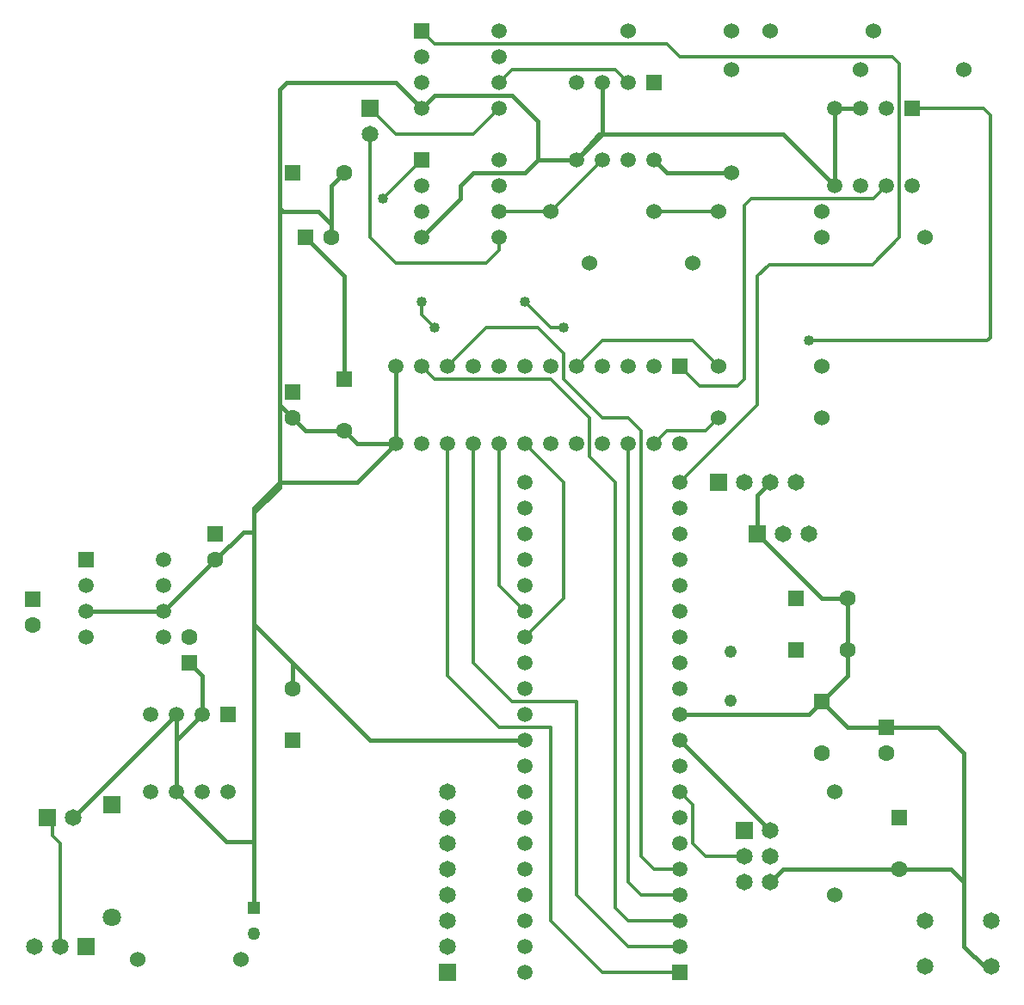
<source format=gbl>
G04 DipTrace Beta 2.3.5.2*
%INscope.GBL*%
%MOIN*%
%ADD13C,0.016*%
%ADD14C,0.013*%
%ADD15C,0.063*%
%ADD16R,0.063X0.063*%
%ADD17R,0.0709X0.0709*%
%ADD18C,0.0709*%
%ADD19R,0.065X0.065*%
%ADD20C,0.065*%
%ADD21C,0.05*%
%ADD22R,0.05X0.05*%
%ADD23C,0.06*%
%ADD24C,0.06*%
%ADD25R,0.0591X0.0591*%
%ADD26C,0.0591*%
%ADD27C,0.048*%
%ADD28C,0.04*%
%FSLAX44Y44*%
G04*
G70*
G90*
G75*
G01*
%LNBottom*%
%LPD*%
X31940Y35940D2*
D13*
X29440D1*
X28940Y36440D1*
X33440Y10440D2*
X29940Y13940D1*
X15440Y33440D2*
X16940Y31940D1*
Y27940D1*
X27940Y25440D2*
D14*
Y8440D1*
X28440Y7940D1*
X29940D1*
X21940Y25440D2*
Y16940D1*
X23440Y15440D1*
X25940D1*
Y7940D1*
X27940Y5940D1*
X29940D1*
X22940Y25440D2*
Y19940D1*
X23940Y18940D1*
Y25440D2*
X25440Y23940D1*
Y19440D1*
X23940Y17940D1*
X19940Y28440D2*
X20440Y27940D1*
X24940D1*
X26440Y26440D1*
Y24940D1*
X27440Y23940D1*
Y7440D1*
X27940Y6940D1*
X29940D1*
X20940Y28440D2*
X22440Y29940D1*
X24440D1*
X25440Y28940D1*
Y27940D1*
X26940Y26440D1*
X27940D1*
X28440Y25940D1*
Y9440D1*
X28940Y8940D1*
X29940D1*
X20940Y25440D2*
Y16440D1*
X22940Y14440D1*
X24940D1*
Y6940D1*
X26940Y4940D1*
X29940D1*
X38940Y38440D2*
X41695D1*
X41955Y38180D1*
Y29555D1*
X41839Y29440D1*
X34940D1*
X37940Y35440D2*
X37440Y34940D1*
X32695D1*
X32435Y34680D1*
Y27945D1*
X32175Y27685D1*
X30695D1*
X29940Y28440D1*
X26940Y39440D2*
D13*
Y37440D1*
X25940Y36440D1*
X35940Y35440D2*
Y38440D1*
X36940D2*
X35940D1*
X19940Y33440D2*
X21440Y34940D1*
Y35440D1*
X21940Y35940D1*
X23940D1*
X24440Y36440D1*
X25940D1*
X35940Y35440D2*
X33940Y37440D1*
X26783D1*
X25940Y36440D1*
X36440Y17440D2*
Y19440D1*
X32940Y21940D2*
Y23440D1*
X33440Y23940D1*
X35440Y15440D2*
X36440Y16440D1*
Y17440D1*
X29940Y14940D2*
X34940D1*
X35440Y15440D1*
X37940Y14440D2*
X36440D1*
X35440Y15440D1*
X33440Y8440D2*
X33940Y8940D1*
X38440D1*
X40440D1*
X40940Y8440D1*
Y5940D1*
X41710Y5170D1*
X42000D1*
X37940Y14440D2*
X39940D1*
X40940Y13440D1*
Y5940D1*
X32940Y21940D2*
X35440Y19440D1*
X36440D1*
X18940Y25440D2*
Y28440D1*
X23940Y13940D2*
X17940D1*
X14940Y16940D1*
X13440Y18440D1*
Y22013D1*
Y22793D1*
Y22940D1*
X14440Y23940D1*
X17440D1*
X18940Y25440D1*
X14940Y26440D2*
X15440Y25940D1*
X16940D1*
X17440Y25440D1*
X18940D1*
X14940Y26440D2*
X14412Y26968D1*
Y34595D1*
Y39170D1*
X14682Y39440D1*
X18940D1*
X19940Y38440D1*
X20440Y38940D1*
X23440D1*
X24440Y37940D1*
Y36440D1*
X13440Y18440D2*
Y10033D1*
Y7440D1*
Y22793D2*
X14412Y23766D1*
Y26968D1*
X10440Y11940D2*
X12347Y10033D1*
X13440D1*
X10440Y14940D2*
Y13940D1*
Y11940D1*
X11440Y14940D2*
X10440Y13940D1*
X10940Y16940D2*
X11440Y16440D1*
Y14940D1*
X6940Y18940D2*
X9940D1*
X11940Y20940D1*
X13013Y22013D1*
X13440D1*
X14940Y16940D2*
Y15940D1*
X6440Y10940D2*
X10440Y14940D1*
X16940Y35940D2*
X16440Y35440D1*
Y33440D1*
X14412Y34595D2*
X14568Y34440D1*
X15940D1*
X16440Y33940D1*
Y33440D1*
X17940Y38440D2*
D14*
X18940Y37440D1*
X21940D1*
X22940Y38440D1*
Y33440D2*
Y32940D1*
X22440Y32440D1*
X18940D1*
X17940Y33440D1*
Y37440D1*
X29940Y11940D2*
X30440Y11440D1*
Y9940D1*
X30940Y9440D1*
X32440D1*
X31440Y34440D2*
X28940D1*
X25940Y28440D2*
X26940Y29440D1*
X30440D1*
X31440Y28440D1*
Y26440D2*
X30940Y25940D1*
X29440D1*
X28940Y25440D1*
X5440Y10940D2*
X5615Y10765D1*
Y10265D1*
X5940Y9940D1*
Y5940D1*
X19940Y41440D2*
X20440Y40940D1*
X29440D1*
X29940Y40440D1*
X38160D1*
X38430Y40170D1*
Y36726D1*
X38440Y36716D1*
Y33440D1*
X37391Y32391D1*
X33391D1*
X32940Y31940D1*
Y26940D1*
X29940Y23940D1*
X22940Y39440D2*
X23440Y39940D1*
X27440D1*
X27940Y39440D1*
X18440Y34940D2*
X19940Y36440D1*
X22940Y34440D2*
X24940D1*
X26940Y36440D1*
X20440Y29940D2*
X19940Y30440D1*
Y30940D1*
X23940D2*
X24940Y29940D1*
X25440D1*
D28*
X18440Y34940D3*
X34940Y29440D3*
X25440Y29940D3*
X23940Y30940D3*
X20440Y29940D3*
X19940Y30940D3*
D15*
X38440Y8940D3*
D16*
Y10940D3*
D15*
X36440Y19440D3*
D16*
X34440D3*
D15*
X36440Y17440D3*
D16*
X34440D3*
D15*
X4853Y18435D3*
D16*
Y19435D3*
D15*
X10940Y17940D3*
D16*
Y16940D3*
D15*
X16940Y35940D3*
D16*
X14940D3*
D15*
X16440Y33440D3*
D16*
X15440D3*
D15*
X11940Y20940D3*
D16*
Y21940D3*
D15*
X16940Y25940D3*
D16*
Y27940D3*
D15*
X14940Y26440D3*
D16*
Y27440D3*
D15*
X35440Y13440D3*
D16*
Y15440D3*
D15*
X37940Y13440D3*
D16*
Y14440D3*
D15*
X14940Y15940D3*
D16*
Y13940D3*
D17*
X7940Y11440D3*
D18*
Y7090D3*
D19*
X32440Y10440D3*
D20*
Y9440D3*
Y8440D3*
X33440D3*
Y9440D3*
Y10440D3*
D19*
X32940Y21940D3*
D20*
X33940D3*
X34940D3*
D19*
X31440Y23940D3*
D20*
X32440D3*
X33440D3*
X34440D3*
D19*
X5440Y10940D3*
D20*
X6440D3*
D19*
X17940Y38440D3*
D20*
Y37440D3*
D19*
X20940Y4940D3*
D20*
Y5940D3*
Y6940D3*
Y7940D3*
Y8940D3*
Y9940D3*
Y10940D3*
Y11940D3*
D21*
X13440Y6440D3*
D22*
Y7440D3*
D23*
X35940Y7940D3*
D24*
Y11940D3*
D23*
X31940Y39940D3*
D24*
Y35940D3*
D23*
X27940Y41440D3*
D24*
X31940D3*
D23*
X26440Y32440D3*
D24*
X30440D3*
D23*
X24940Y34440D3*
D24*
X28940D3*
D23*
X33440Y41440D3*
D24*
X37440D3*
D23*
X36940Y39940D3*
D24*
X40940D3*
D23*
X31440Y34440D3*
D24*
X35440D3*
D23*
Y33440D3*
D24*
X39440D3*
D23*
X35440Y28440D3*
D24*
X31440D3*
D23*
X35440Y26440D3*
D24*
X31440D3*
D23*
X8940Y5440D3*
D24*
X12940D3*
D20*
X39440Y6940D3*
Y5170D3*
X42000D3*
Y6940D3*
D19*
X6940Y5940D3*
D20*
X5940D3*
X4940D3*
D25*
X29940Y4940D3*
D26*
Y5940D3*
Y6940D3*
Y7940D3*
Y8940D3*
Y9940D3*
Y10940D3*
Y11940D3*
Y12940D3*
Y13940D3*
Y14940D3*
Y15940D3*
Y16940D3*
Y17940D3*
Y18940D3*
Y19940D3*
Y20940D3*
Y21940D3*
Y22940D3*
Y23940D3*
X23940D3*
Y22940D3*
Y21940D3*
Y20940D3*
Y19940D3*
Y18940D3*
Y17940D3*
Y16940D3*
Y15940D3*
Y14940D3*
Y13940D3*
Y12940D3*
Y11940D3*
Y10940D3*
Y9940D3*
Y8940D3*
Y7940D3*
Y6940D3*
Y5940D3*
Y4940D3*
D25*
X19940Y36440D3*
D26*
Y35440D3*
Y34440D3*
Y33440D3*
X22940D3*
Y34440D3*
Y35440D3*
Y36440D3*
D25*
X19940Y41440D3*
D26*
Y40440D3*
Y39440D3*
Y38440D3*
X22940D3*
Y39440D3*
Y40440D3*
Y41440D3*
D25*
X28940Y39440D3*
D26*
X27940D3*
X26940D3*
X25940D3*
Y36440D3*
X26940D3*
X27940D3*
X28940D3*
D25*
X38940Y38440D3*
D26*
X37940D3*
X36940D3*
X35940D3*
Y35440D3*
X36940D3*
X37940D3*
X38940D3*
D25*
X29940Y28440D3*
D26*
X28940D3*
X27940D3*
X26940D3*
X25940D3*
X24940D3*
X23940D3*
X22940D3*
X21940D3*
X20940D3*
X19940D3*
X18940D3*
Y25440D3*
X19940D3*
X20940D3*
X21940D3*
X22940D3*
X23940D3*
X24940D3*
X25940D3*
X26940D3*
X27940D3*
X28940D3*
X29940D3*
D25*
X12440Y14940D3*
D26*
X11440D3*
X10440D3*
X9440D3*
Y11940D3*
X10440D3*
X11440D3*
X12440D3*
D25*
X6940Y20940D3*
D26*
Y19940D3*
Y18940D3*
Y17940D3*
X9940D3*
Y18940D3*
Y19940D3*
Y20940D3*
D27*
X31890Y15490D3*
Y17390D3*
M02*

</source>
